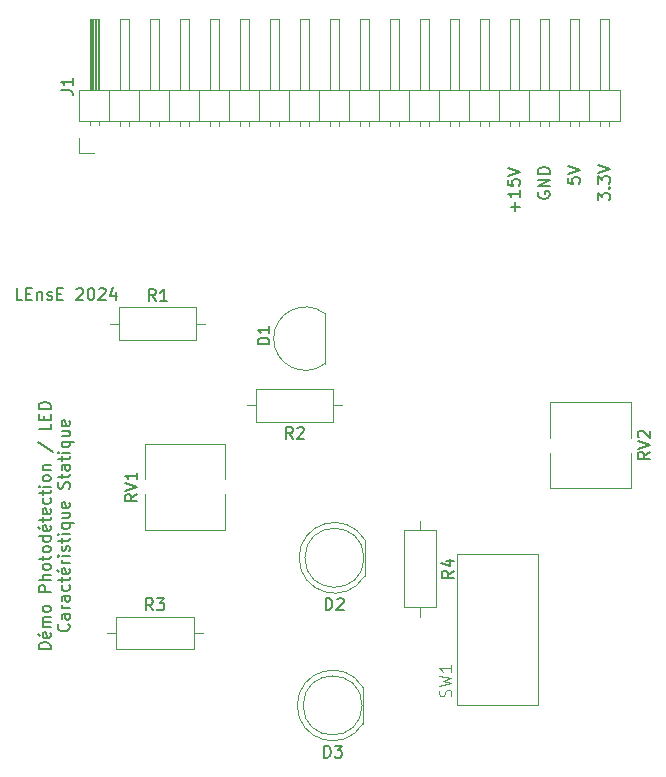
<source format=gbr>
%TF.GenerationSoftware,KiCad,Pcbnew,8.0.0*%
%TF.CreationDate,2024-03-15T09:10:00+01:00*%
%TF.ProjectId,carte_LED_Photodiode_carac,63617274-655f-44c4-9544-5f50686f746f,rev?*%
%TF.SameCoordinates,Original*%
%TF.FileFunction,Legend,Top*%
%TF.FilePolarity,Positive*%
%FSLAX46Y46*%
G04 Gerber Fmt 4.6, Leading zero omitted, Abs format (unit mm)*
G04 Created by KiCad (PCBNEW 8.0.0) date 2024-03-15 09:10:00*
%MOMM*%
%LPD*%
G01*
G04 APERTURE LIST*
%ADD10C,0.150000*%
%ADD11C,0.100000*%
%ADD12C,0.120000*%
G04 APERTURE END LIST*
D10*
X180449847Y-89628572D02*
X179449847Y-89628572D01*
X179449847Y-89628572D02*
X179449847Y-89390477D01*
X179449847Y-89390477D02*
X179497466Y-89247620D01*
X179497466Y-89247620D02*
X179592704Y-89152382D01*
X179592704Y-89152382D02*
X179687942Y-89104763D01*
X179687942Y-89104763D02*
X179878418Y-89057144D01*
X179878418Y-89057144D02*
X180021275Y-89057144D01*
X180021275Y-89057144D02*
X180211751Y-89104763D01*
X180211751Y-89104763D02*
X180306989Y-89152382D01*
X180306989Y-89152382D02*
X180402228Y-89247620D01*
X180402228Y-89247620D02*
X180449847Y-89390477D01*
X180449847Y-89390477D02*
X180449847Y-89628572D01*
X180402228Y-88247620D02*
X180449847Y-88342858D01*
X180449847Y-88342858D02*
X180449847Y-88533334D01*
X180449847Y-88533334D02*
X180402228Y-88628572D01*
X180402228Y-88628572D02*
X180306989Y-88676191D01*
X180306989Y-88676191D02*
X179926037Y-88676191D01*
X179926037Y-88676191D02*
X179830799Y-88628572D01*
X179830799Y-88628572D02*
X179783180Y-88533334D01*
X179783180Y-88533334D02*
X179783180Y-88342858D01*
X179783180Y-88342858D02*
X179830799Y-88247620D01*
X179830799Y-88247620D02*
X179926037Y-88200001D01*
X179926037Y-88200001D02*
X180021275Y-88200001D01*
X180021275Y-88200001D02*
X180116513Y-88676191D01*
X179402228Y-88342858D02*
X179545085Y-88485715D01*
X180449847Y-87771429D02*
X179783180Y-87771429D01*
X179878418Y-87771429D02*
X179830799Y-87723810D01*
X179830799Y-87723810D02*
X179783180Y-87628572D01*
X179783180Y-87628572D02*
X179783180Y-87485715D01*
X179783180Y-87485715D02*
X179830799Y-87390477D01*
X179830799Y-87390477D02*
X179926037Y-87342858D01*
X179926037Y-87342858D02*
X180449847Y-87342858D01*
X179926037Y-87342858D02*
X179830799Y-87295239D01*
X179830799Y-87295239D02*
X179783180Y-87200001D01*
X179783180Y-87200001D02*
X179783180Y-87057144D01*
X179783180Y-87057144D02*
X179830799Y-86961905D01*
X179830799Y-86961905D02*
X179926037Y-86914286D01*
X179926037Y-86914286D02*
X180449847Y-86914286D01*
X180449847Y-86295239D02*
X180402228Y-86390477D01*
X180402228Y-86390477D02*
X180354608Y-86438096D01*
X180354608Y-86438096D02*
X180259370Y-86485715D01*
X180259370Y-86485715D02*
X179973656Y-86485715D01*
X179973656Y-86485715D02*
X179878418Y-86438096D01*
X179878418Y-86438096D02*
X179830799Y-86390477D01*
X179830799Y-86390477D02*
X179783180Y-86295239D01*
X179783180Y-86295239D02*
X179783180Y-86152382D01*
X179783180Y-86152382D02*
X179830799Y-86057144D01*
X179830799Y-86057144D02*
X179878418Y-86009525D01*
X179878418Y-86009525D02*
X179973656Y-85961906D01*
X179973656Y-85961906D02*
X180259370Y-85961906D01*
X180259370Y-85961906D02*
X180354608Y-86009525D01*
X180354608Y-86009525D02*
X180402228Y-86057144D01*
X180402228Y-86057144D02*
X180449847Y-86152382D01*
X180449847Y-86152382D02*
X180449847Y-86295239D01*
X180449847Y-84771429D02*
X179449847Y-84771429D01*
X179449847Y-84771429D02*
X179449847Y-84390477D01*
X179449847Y-84390477D02*
X179497466Y-84295239D01*
X179497466Y-84295239D02*
X179545085Y-84247620D01*
X179545085Y-84247620D02*
X179640323Y-84200001D01*
X179640323Y-84200001D02*
X179783180Y-84200001D01*
X179783180Y-84200001D02*
X179878418Y-84247620D01*
X179878418Y-84247620D02*
X179926037Y-84295239D01*
X179926037Y-84295239D02*
X179973656Y-84390477D01*
X179973656Y-84390477D02*
X179973656Y-84771429D01*
X180449847Y-83771429D02*
X179449847Y-83771429D01*
X180449847Y-83342858D02*
X179926037Y-83342858D01*
X179926037Y-83342858D02*
X179830799Y-83390477D01*
X179830799Y-83390477D02*
X179783180Y-83485715D01*
X179783180Y-83485715D02*
X179783180Y-83628572D01*
X179783180Y-83628572D02*
X179830799Y-83723810D01*
X179830799Y-83723810D02*
X179878418Y-83771429D01*
X180449847Y-82723810D02*
X180402228Y-82819048D01*
X180402228Y-82819048D02*
X180354608Y-82866667D01*
X180354608Y-82866667D02*
X180259370Y-82914286D01*
X180259370Y-82914286D02*
X179973656Y-82914286D01*
X179973656Y-82914286D02*
X179878418Y-82866667D01*
X179878418Y-82866667D02*
X179830799Y-82819048D01*
X179830799Y-82819048D02*
X179783180Y-82723810D01*
X179783180Y-82723810D02*
X179783180Y-82580953D01*
X179783180Y-82580953D02*
X179830799Y-82485715D01*
X179830799Y-82485715D02*
X179878418Y-82438096D01*
X179878418Y-82438096D02*
X179973656Y-82390477D01*
X179973656Y-82390477D02*
X180259370Y-82390477D01*
X180259370Y-82390477D02*
X180354608Y-82438096D01*
X180354608Y-82438096D02*
X180402228Y-82485715D01*
X180402228Y-82485715D02*
X180449847Y-82580953D01*
X180449847Y-82580953D02*
X180449847Y-82723810D01*
X179783180Y-82104762D02*
X179783180Y-81723810D01*
X179449847Y-81961905D02*
X180306989Y-81961905D01*
X180306989Y-81961905D02*
X180402228Y-81914286D01*
X180402228Y-81914286D02*
X180449847Y-81819048D01*
X180449847Y-81819048D02*
X180449847Y-81723810D01*
X180449847Y-81247619D02*
X180402228Y-81342857D01*
X180402228Y-81342857D02*
X180354608Y-81390476D01*
X180354608Y-81390476D02*
X180259370Y-81438095D01*
X180259370Y-81438095D02*
X179973656Y-81438095D01*
X179973656Y-81438095D02*
X179878418Y-81390476D01*
X179878418Y-81390476D02*
X179830799Y-81342857D01*
X179830799Y-81342857D02*
X179783180Y-81247619D01*
X179783180Y-81247619D02*
X179783180Y-81104762D01*
X179783180Y-81104762D02*
X179830799Y-81009524D01*
X179830799Y-81009524D02*
X179878418Y-80961905D01*
X179878418Y-80961905D02*
X179973656Y-80914286D01*
X179973656Y-80914286D02*
X180259370Y-80914286D01*
X180259370Y-80914286D02*
X180354608Y-80961905D01*
X180354608Y-80961905D02*
X180402228Y-81009524D01*
X180402228Y-81009524D02*
X180449847Y-81104762D01*
X180449847Y-81104762D02*
X180449847Y-81247619D01*
X180449847Y-80057143D02*
X179449847Y-80057143D01*
X180402228Y-80057143D02*
X180449847Y-80152381D01*
X180449847Y-80152381D02*
X180449847Y-80342857D01*
X180449847Y-80342857D02*
X180402228Y-80438095D01*
X180402228Y-80438095D02*
X180354608Y-80485714D01*
X180354608Y-80485714D02*
X180259370Y-80533333D01*
X180259370Y-80533333D02*
X179973656Y-80533333D01*
X179973656Y-80533333D02*
X179878418Y-80485714D01*
X179878418Y-80485714D02*
X179830799Y-80438095D01*
X179830799Y-80438095D02*
X179783180Y-80342857D01*
X179783180Y-80342857D02*
X179783180Y-80152381D01*
X179783180Y-80152381D02*
X179830799Y-80057143D01*
X180402228Y-79200000D02*
X180449847Y-79295238D01*
X180449847Y-79295238D02*
X180449847Y-79485714D01*
X180449847Y-79485714D02*
X180402228Y-79580952D01*
X180402228Y-79580952D02*
X180306989Y-79628571D01*
X180306989Y-79628571D02*
X179926037Y-79628571D01*
X179926037Y-79628571D02*
X179830799Y-79580952D01*
X179830799Y-79580952D02*
X179783180Y-79485714D01*
X179783180Y-79485714D02*
X179783180Y-79295238D01*
X179783180Y-79295238D02*
X179830799Y-79200000D01*
X179830799Y-79200000D02*
X179926037Y-79152381D01*
X179926037Y-79152381D02*
X180021275Y-79152381D01*
X180021275Y-79152381D02*
X180116513Y-79628571D01*
X179402228Y-79295238D02*
X179545085Y-79438095D01*
X179783180Y-78866666D02*
X179783180Y-78485714D01*
X179449847Y-78723809D02*
X180306989Y-78723809D01*
X180306989Y-78723809D02*
X180402228Y-78676190D01*
X180402228Y-78676190D02*
X180449847Y-78580952D01*
X180449847Y-78580952D02*
X180449847Y-78485714D01*
X180402228Y-77771428D02*
X180449847Y-77866666D01*
X180449847Y-77866666D02*
X180449847Y-78057142D01*
X180449847Y-78057142D02*
X180402228Y-78152380D01*
X180402228Y-78152380D02*
X180306989Y-78199999D01*
X180306989Y-78199999D02*
X179926037Y-78199999D01*
X179926037Y-78199999D02*
X179830799Y-78152380D01*
X179830799Y-78152380D02*
X179783180Y-78057142D01*
X179783180Y-78057142D02*
X179783180Y-77866666D01*
X179783180Y-77866666D02*
X179830799Y-77771428D01*
X179830799Y-77771428D02*
X179926037Y-77723809D01*
X179926037Y-77723809D02*
X180021275Y-77723809D01*
X180021275Y-77723809D02*
X180116513Y-78199999D01*
X180402228Y-76866666D02*
X180449847Y-76961904D01*
X180449847Y-76961904D02*
X180449847Y-77152380D01*
X180449847Y-77152380D02*
X180402228Y-77247618D01*
X180402228Y-77247618D02*
X180354608Y-77295237D01*
X180354608Y-77295237D02*
X180259370Y-77342856D01*
X180259370Y-77342856D02*
X179973656Y-77342856D01*
X179973656Y-77342856D02*
X179878418Y-77295237D01*
X179878418Y-77295237D02*
X179830799Y-77247618D01*
X179830799Y-77247618D02*
X179783180Y-77152380D01*
X179783180Y-77152380D02*
X179783180Y-76961904D01*
X179783180Y-76961904D02*
X179830799Y-76866666D01*
X179783180Y-76580951D02*
X179783180Y-76199999D01*
X179449847Y-76438094D02*
X180306989Y-76438094D01*
X180306989Y-76438094D02*
X180402228Y-76390475D01*
X180402228Y-76390475D02*
X180449847Y-76295237D01*
X180449847Y-76295237D02*
X180449847Y-76199999D01*
X180449847Y-75866665D02*
X179783180Y-75866665D01*
X179449847Y-75866665D02*
X179497466Y-75914284D01*
X179497466Y-75914284D02*
X179545085Y-75866665D01*
X179545085Y-75866665D02*
X179497466Y-75819046D01*
X179497466Y-75819046D02*
X179449847Y-75866665D01*
X179449847Y-75866665D02*
X179545085Y-75866665D01*
X180449847Y-75247618D02*
X180402228Y-75342856D01*
X180402228Y-75342856D02*
X180354608Y-75390475D01*
X180354608Y-75390475D02*
X180259370Y-75438094D01*
X180259370Y-75438094D02*
X179973656Y-75438094D01*
X179973656Y-75438094D02*
X179878418Y-75390475D01*
X179878418Y-75390475D02*
X179830799Y-75342856D01*
X179830799Y-75342856D02*
X179783180Y-75247618D01*
X179783180Y-75247618D02*
X179783180Y-75104761D01*
X179783180Y-75104761D02*
X179830799Y-75009523D01*
X179830799Y-75009523D02*
X179878418Y-74961904D01*
X179878418Y-74961904D02*
X179973656Y-74914285D01*
X179973656Y-74914285D02*
X180259370Y-74914285D01*
X180259370Y-74914285D02*
X180354608Y-74961904D01*
X180354608Y-74961904D02*
X180402228Y-75009523D01*
X180402228Y-75009523D02*
X180449847Y-75104761D01*
X180449847Y-75104761D02*
X180449847Y-75247618D01*
X179783180Y-74485713D02*
X180449847Y-74485713D01*
X179878418Y-74485713D02*
X179830799Y-74438094D01*
X179830799Y-74438094D02*
X179783180Y-74342856D01*
X179783180Y-74342856D02*
X179783180Y-74199999D01*
X179783180Y-74199999D02*
X179830799Y-74104761D01*
X179830799Y-74104761D02*
X179926037Y-74057142D01*
X179926037Y-74057142D02*
X180449847Y-74057142D01*
X179402228Y-72104761D02*
X180687942Y-72961903D01*
X180449847Y-70533332D02*
X180449847Y-71009522D01*
X180449847Y-71009522D02*
X179449847Y-71009522D01*
X179926037Y-70199998D02*
X179926037Y-69866665D01*
X180449847Y-69723808D02*
X180449847Y-70199998D01*
X180449847Y-70199998D02*
X179449847Y-70199998D01*
X179449847Y-70199998D02*
X179449847Y-69723808D01*
X180449847Y-69295236D02*
X179449847Y-69295236D01*
X179449847Y-69295236D02*
X179449847Y-69057141D01*
X179449847Y-69057141D02*
X179497466Y-68914284D01*
X179497466Y-68914284D02*
X179592704Y-68819046D01*
X179592704Y-68819046D02*
X179687942Y-68771427D01*
X179687942Y-68771427D02*
X179878418Y-68723808D01*
X179878418Y-68723808D02*
X180021275Y-68723808D01*
X180021275Y-68723808D02*
X180211751Y-68771427D01*
X180211751Y-68771427D02*
X180306989Y-68819046D01*
X180306989Y-68819046D02*
X180402228Y-68914284D01*
X180402228Y-68914284D02*
X180449847Y-69057141D01*
X180449847Y-69057141D02*
X180449847Y-69295236D01*
X181964552Y-87509525D02*
X182012172Y-87557144D01*
X182012172Y-87557144D02*
X182059791Y-87700001D01*
X182059791Y-87700001D02*
X182059791Y-87795239D01*
X182059791Y-87795239D02*
X182012172Y-87938096D01*
X182012172Y-87938096D02*
X181916933Y-88033334D01*
X181916933Y-88033334D02*
X181821695Y-88080953D01*
X181821695Y-88080953D02*
X181631219Y-88128572D01*
X181631219Y-88128572D02*
X181488362Y-88128572D01*
X181488362Y-88128572D02*
X181297886Y-88080953D01*
X181297886Y-88080953D02*
X181202648Y-88033334D01*
X181202648Y-88033334D02*
X181107410Y-87938096D01*
X181107410Y-87938096D02*
X181059791Y-87795239D01*
X181059791Y-87795239D02*
X181059791Y-87700001D01*
X181059791Y-87700001D02*
X181107410Y-87557144D01*
X181107410Y-87557144D02*
X181155029Y-87509525D01*
X182059791Y-86652382D02*
X181535981Y-86652382D01*
X181535981Y-86652382D02*
X181440743Y-86700001D01*
X181440743Y-86700001D02*
X181393124Y-86795239D01*
X181393124Y-86795239D02*
X181393124Y-86985715D01*
X181393124Y-86985715D02*
X181440743Y-87080953D01*
X182012172Y-86652382D02*
X182059791Y-86747620D01*
X182059791Y-86747620D02*
X182059791Y-86985715D01*
X182059791Y-86985715D02*
X182012172Y-87080953D01*
X182012172Y-87080953D02*
X181916933Y-87128572D01*
X181916933Y-87128572D02*
X181821695Y-87128572D01*
X181821695Y-87128572D02*
X181726457Y-87080953D01*
X181726457Y-87080953D02*
X181678838Y-86985715D01*
X181678838Y-86985715D02*
X181678838Y-86747620D01*
X181678838Y-86747620D02*
X181631219Y-86652382D01*
X182059791Y-86176191D02*
X181393124Y-86176191D01*
X181583600Y-86176191D02*
X181488362Y-86128572D01*
X181488362Y-86128572D02*
X181440743Y-86080953D01*
X181440743Y-86080953D02*
X181393124Y-85985715D01*
X181393124Y-85985715D02*
X181393124Y-85890477D01*
X182059791Y-85128572D02*
X181535981Y-85128572D01*
X181535981Y-85128572D02*
X181440743Y-85176191D01*
X181440743Y-85176191D02*
X181393124Y-85271429D01*
X181393124Y-85271429D02*
X181393124Y-85461905D01*
X181393124Y-85461905D02*
X181440743Y-85557143D01*
X182012172Y-85128572D02*
X182059791Y-85223810D01*
X182059791Y-85223810D02*
X182059791Y-85461905D01*
X182059791Y-85461905D02*
X182012172Y-85557143D01*
X182012172Y-85557143D02*
X181916933Y-85604762D01*
X181916933Y-85604762D02*
X181821695Y-85604762D01*
X181821695Y-85604762D02*
X181726457Y-85557143D01*
X181726457Y-85557143D02*
X181678838Y-85461905D01*
X181678838Y-85461905D02*
X181678838Y-85223810D01*
X181678838Y-85223810D02*
X181631219Y-85128572D01*
X182012172Y-84223810D02*
X182059791Y-84319048D01*
X182059791Y-84319048D02*
X182059791Y-84509524D01*
X182059791Y-84509524D02*
X182012172Y-84604762D01*
X182012172Y-84604762D02*
X181964552Y-84652381D01*
X181964552Y-84652381D02*
X181869314Y-84700000D01*
X181869314Y-84700000D02*
X181583600Y-84700000D01*
X181583600Y-84700000D02*
X181488362Y-84652381D01*
X181488362Y-84652381D02*
X181440743Y-84604762D01*
X181440743Y-84604762D02*
X181393124Y-84509524D01*
X181393124Y-84509524D02*
X181393124Y-84319048D01*
X181393124Y-84319048D02*
X181440743Y-84223810D01*
X181393124Y-83938095D02*
X181393124Y-83557143D01*
X181059791Y-83795238D02*
X181916933Y-83795238D01*
X181916933Y-83795238D02*
X182012172Y-83747619D01*
X182012172Y-83747619D02*
X182059791Y-83652381D01*
X182059791Y-83652381D02*
X182059791Y-83557143D01*
X182012172Y-82842857D02*
X182059791Y-82938095D01*
X182059791Y-82938095D02*
X182059791Y-83128571D01*
X182059791Y-83128571D02*
X182012172Y-83223809D01*
X182012172Y-83223809D02*
X181916933Y-83271428D01*
X181916933Y-83271428D02*
X181535981Y-83271428D01*
X181535981Y-83271428D02*
X181440743Y-83223809D01*
X181440743Y-83223809D02*
X181393124Y-83128571D01*
X181393124Y-83128571D02*
X181393124Y-82938095D01*
X181393124Y-82938095D02*
X181440743Y-82842857D01*
X181440743Y-82842857D02*
X181535981Y-82795238D01*
X181535981Y-82795238D02*
X181631219Y-82795238D01*
X181631219Y-82795238D02*
X181726457Y-83271428D01*
X181012172Y-82938095D02*
X181155029Y-83080952D01*
X182059791Y-82366666D02*
X181393124Y-82366666D01*
X181583600Y-82366666D02*
X181488362Y-82319047D01*
X181488362Y-82319047D02*
X181440743Y-82271428D01*
X181440743Y-82271428D02*
X181393124Y-82176190D01*
X181393124Y-82176190D02*
X181393124Y-82080952D01*
X182059791Y-81747618D02*
X181393124Y-81747618D01*
X181059791Y-81747618D02*
X181107410Y-81795237D01*
X181107410Y-81795237D02*
X181155029Y-81747618D01*
X181155029Y-81747618D02*
X181107410Y-81699999D01*
X181107410Y-81699999D02*
X181059791Y-81747618D01*
X181059791Y-81747618D02*
X181155029Y-81747618D01*
X182012172Y-81319047D02*
X182059791Y-81223809D01*
X182059791Y-81223809D02*
X182059791Y-81033333D01*
X182059791Y-81033333D02*
X182012172Y-80938095D01*
X182012172Y-80938095D02*
X181916933Y-80890476D01*
X181916933Y-80890476D02*
X181869314Y-80890476D01*
X181869314Y-80890476D02*
X181774076Y-80938095D01*
X181774076Y-80938095D02*
X181726457Y-81033333D01*
X181726457Y-81033333D02*
X181726457Y-81176190D01*
X181726457Y-81176190D02*
X181678838Y-81271428D01*
X181678838Y-81271428D02*
X181583600Y-81319047D01*
X181583600Y-81319047D02*
X181535981Y-81319047D01*
X181535981Y-81319047D02*
X181440743Y-81271428D01*
X181440743Y-81271428D02*
X181393124Y-81176190D01*
X181393124Y-81176190D02*
X181393124Y-81033333D01*
X181393124Y-81033333D02*
X181440743Y-80938095D01*
X181393124Y-80604761D02*
X181393124Y-80223809D01*
X181059791Y-80461904D02*
X181916933Y-80461904D01*
X181916933Y-80461904D02*
X182012172Y-80414285D01*
X182012172Y-80414285D02*
X182059791Y-80319047D01*
X182059791Y-80319047D02*
X182059791Y-80223809D01*
X182059791Y-79890475D02*
X181393124Y-79890475D01*
X181059791Y-79890475D02*
X181107410Y-79938094D01*
X181107410Y-79938094D02*
X181155029Y-79890475D01*
X181155029Y-79890475D02*
X181107410Y-79842856D01*
X181107410Y-79842856D02*
X181059791Y-79890475D01*
X181059791Y-79890475D02*
X181155029Y-79890475D01*
X181393124Y-78985714D02*
X182393124Y-78985714D01*
X182012172Y-78985714D02*
X182059791Y-79080952D01*
X182059791Y-79080952D02*
X182059791Y-79271428D01*
X182059791Y-79271428D02*
X182012172Y-79366666D01*
X182012172Y-79366666D02*
X181964552Y-79414285D01*
X181964552Y-79414285D02*
X181869314Y-79461904D01*
X181869314Y-79461904D02*
X181583600Y-79461904D01*
X181583600Y-79461904D02*
X181488362Y-79414285D01*
X181488362Y-79414285D02*
X181440743Y-79366666D01*
X181440743Y-79366666D02*
X181393124Y-79271428D01*
X181393124Y-79271428D02*
X181393124Y-79080952D01*
X181393124Y-79080952D02*
X181440743Y-78985714D01*
X181393124Y-78080952D02*
X182059791Y-78080952D01*
X181393124Y-78509523D02*
X181916933Y-78509523D01*
X181916933Y-78509523D02*
X182012172Y-78461904D01*
X182012172Y-78461904D02*
X182059791Y-78366666D01*
X182059791Y-78366666D02*
X182059791Y-78223809D01*
X182059791Y-78223809D02*
X182012172Y-78128571D01*
X182012172Y-78128571D02*
X181964552Y-78080952D01*
X182012172Y-77223809D02*
X182059791Y-77319047D01*
X182059791Y-77319047D02*
X182059791Y-77509523D01*
X182059791Y-77509523D02*
X182012172Y-77604761D01*
X182012172Y-77604761D02*
X181916933Y-77652380D01*
X181916933Y-77652380D02*
X181535981Y-77652380D01*
X181535981Y-77652380D02*
X181440743Y-77604761D01*
X181440743Y-77604761D02*
X181393124Y-77509523D01*
X181393124Y-77509523D02*
X181393124Y-77319047D01*
X181393124Y-77319047D02*
X181440743Y-77223809D01*
X181440743Y-77223809D02*
X181535981Y-77176190D01*
X181535981Y-77176190D02*
X181631219Y-77176190D01*
X181631219Y-77176190D02*
X181726457Y-77652380D01*
X182012172Y-76033332D02*
X182059791Y-75890475D01*
X182059791Y-75890475D02*
X182059791Y-75652380D01*
X182059791Y-75652380D02*
X182012172Y-75557142D01*
X182012172Y-75557142D02*
X181964552Y-75509523D01*
X181964552Y-75509523D02*
X181869314Y-75461904D01*
X181869314Y-75461904D02*
X181774076Y-75461904D01*
X181774076Y-75461904D02*
X181678838Y-75509523D01*
X181678838Y-75509523D02*
X181631219Y-75557142D01*
X181631219Y-75557142D02*
X181583600Y-75652380D01*
X181583600Y-75652380D02*
X181535981Y-75842856D01*
X181535981Y-75842856D02*
X181488362Y-75938094D01*
X181488362Y-75938094D02*
X181440743Y-75985713D01*
X181440743Y-75985713D02*
X181345505Y-76033332D01*
X181345505Y-76033332D02*
X181250267Y-76033332D01*
X181250267Y-76033332D02*
X181155029Y-75985713D01*
X181155029Y-75985713D02*
X181107410Y-75938094D01*
X181107410Y-75938094D02*
X181059791Y-75842856D01*
X181059791Y-75842856D02*
X181059791Y-75604761D01*
X181059791Y-75604761D02*
X181107410Y-75461904D01*
X181393124Y-75176189D02*
X181393124Y-74795237D01*
X181059791Y-75033332D02*
X181916933Y-75033332D01*
X181916933Y-75033332D02*
X182012172Y-74985713D01*
X182012172Y-74985713D02*
X182059791Y-74890475D01*
X182059791Y-74890475D02*
X182059791Y-74795237D01*
X182059791Y-74033332D02*
X181535981Y-74033332D01*
X181535981Y-74033332D02*
X181440743Y-74080951D01*
X181440743Y-74080951D02*
X181393124Y-74176189D01*
X181393124Y-74176189D02*
X181393124Y-74366665D01*
X181393124Y-74366665D02*
X181440743Y-74461903D01*
X182012172Y-74033332D02*
X182059791Y-74128570D01*
X182059791Y-74128570D02*
X182059791Y-74366665D01*
X182059791Y-74366665D02*
X182012172Y-74461903D01*
X182012172Y-74461903D02*
X181916933Y-74509522D01*
X181916933Y-74509522D02*
X181821695Y-74509522D01*
X181821695Y-74509522D02*
X181726457Y-74461903D01*
X181726457Y-74461903D02*
X181678838Y-74366665D01*
X181678838Y-74366665D02*
X181678838Y-74128570D01*
X181678838Y-74128570D02*
X181631219Y-74033332D01*
X181393124Y-73699998D02*
X181393124Y-73319046D01*
X181059791Y-73557141D02*
X181916933Y-73557141D01*
X181916933Y-73557141D02*
X182012172Y-73509522D01*
X182012172Y-73509522D02*
X182059791Y-73414284D01*
X182059791Y-73414284D02*
X182059791Y-73319046D01*
X182059791Y-72985712D02*
X181393124Y-72985712D01*
X181059791Y-72985712D02*
X181107410Y-73033331D01*
X181107410Y-73033331D02*
X181155029Y-72985712D01*
X181155029Y-72985712D02*
X181107410Y-72938093D01*
X181107410Y-72938093D02*
X181059791Y-72985712D01*
X181059791Y-72985712D02*
X181155029Y-72985712D01*
X181393124Y-72080951D02*
X182393124Y-72080951D01*
X182012172Y-72080951D02*
X182059791Y-72176189D01*
X182059791Y-72176189D02*
X182059791Y-72366665D01*
X182059791Y-72366665D02*
X182012172Y-72461903D01*
X182012172Y-72461903D02*
X181964552Y-72509522D01*
X181964552Y-72509522D02*
X181869314Y-72557141D01*
X181869314Y-72557141D02*
X181583600Y-72557141D01*
X181583600Y-72557141D02*
X181488362Y-72509522D01*
X181488362Y-72509522D02*
X181440743Y-72461903D01*
X181440743Y-72461903D02*
X181393124Y-72366665D01*
X181393124Y-72366665D02*
X181393124Y-72176189D01*
X181393124Y-72176189D02*
X181440743Y-72080951D01*
X181393124Y-71176189D02*
X182059791Y-71176189D01*
X181393124Y-71604760D02*
X181916933Y-71604760D01*
X181916933Y-71604760D02*
X182012172Y-71557141D01*
X182012172Y-71557141D02*
X182059791Y-71461903D01*
X182059791Y-71461903D02*
X182059791Y-71319046D01*
X182059791Y-71319046D02*
X182012172Y-71223808D01*
X182012172Y-71223808D02*
X181964552Y-71176189D01*
X182012172Y-70319046D02*
X182059791Y-70414284D01*
X182059791Y-70414284D02*
X182059791Y-70604760D01*
X182059791Y-70604760D02*
X182012172Y-70699998D01*
X182012172Y-70699998D02*
X181916933Y-70747617D01*
X181916933Y-70747617D02*
X181535981Y-70747617D01*
X181535981Y-70747617D02*
X181440743Y-70699998D01*
X181440743Y-70699998D02*
X181393124Y-70604760D01*
X181393124Y-70604760D02*
X181393124Y-70414284D01*
X181393124Y-70414284D02*
X181440743Y-70319046D01*
X181440743Y-70319046D02*
X181535981Y-70271427D01*
X181535981Y-70271427D02*
X181631219Y-70271427D01*
X181631219Y-70271427D02*
X181726457Y-70747617D01*
X219783866Y-52561904D02*
X219783866Y-51800000D01*
X220164819Y-52180952D02*
X219402914Y-52180952D01*
X220164819Y-50800000D02*
X220164819Y-51371428D01*
X220164819Y-51085714D02*
X219164819Y-51085714D01*
X219164819Y-51085714D02*
X219307676Y-51180952D01*
X219307676Y-51180952D02*
X219402914Y-51276190D01*
X219402914Y-51276190D02*
X219450533Y-51371428D01*
X219164819Y-49895238D02*
X219164819Y-50371428D01*
X219164819Y-50371428D02*
X219641009Y-50419047D01*
X219641009Y-50419047D02*
X219593390Y-50371428D01*
X219593390Y-50371428D02*
X219545771Y-50276190D01*
X219545771Y-50276190D02*
X219545771Y-50038095D01*
X219545771Y-50038095D02*
X219593390Y-49942857D01*
X219593390Y-49942857D02*
X219641009Y-49895238D01*
X219641009Y-49895238D02*
X219736247Y-49847619D01*
X219736247Y-49847619D02*
X219974342Y-49847619D01*
X219974342Y-49847619D02*
X220069580Y-49895238D01*
X220069580Y-49895238D02*
X220117200Y-49942857D01*
X220117200Y-49942857D02*
X220164819Y-50038095D01*
X220164819Y-50038095D02*
X220164819Y-50276190D01*
X220164819Y-50276190D02*
X220117200Y-50371428D01*
X220117200Y-50371428D02*
X220069580Y-50419047D01*
X219164819Y-49561904D02*
X220164819Y-49228571D01*
X220164819Y-49228571D02*
X219164819Y-48895238D01*
X221752438Y-50926904D02*
X221704819Y-51022142D01*
X221704819Y-51022142D02*
X221704819Y-51164999D01*
X221704819Y-51164999D02*
X221752438Y-51307856D01*
X221752438Y-51307856D02*
X221847676Y-51403094D01*
X221847676Y-51403094D02*
X221942914Y-51450713D01*
X221942914Y-51450713D02*
X222133390Y-51498332D01*
X222133390Y-51498332D02*
X222276247Y-51498332D01*
X222276247Y-51498332D02*
X222466723Y-51450713D01*
X222466723Y-51450713D02*
X222561961Y-51403094D01*
X222561961Y-51403094D02*
X222657200Y-51307856D01*
X222657200Y-51307856D02*
X222704819Y-51164999D01*
X222704819Y-51164999D02*
X222704819Y-51069761D01*
X222704819Y-51069761D02*
X222657200Y-50926904D01*
X222657200Y-50926904D02*
X222609580Y-50879285D01*
X222609580Y-50879285D02*
X222276247Y-50879285D01*
X222276247Y-50879285D02*
X222276247Y-51069761D01*
X222704819Y-50450713D02*
X221704819Y-50450713D01*
X221704819Y-50450713D02*
X222704819Y-49879285D01*
X222704819Y-49879285D02*
X221704819Y-49879285D01*
X222704819Y-49403094D02*
X221704819Y-49403094D01*
X221704819Y-49403094D02*
X221704819Y-49164999D01*
X221704819Y-49164999D02*
X221752438Y-49022142D01*
X221752438Y-49022142D02*
X221847676Y-48926904D01*
X221847676Y-48926904D02*
X221942914Y-48879285D01*
X221942914Y-48879285D02*
X222133390Y-48831666D01*
X222133390Y-48831666D02*
X222276247Y-48831666D01*
X222276247Y-48831666D02*
X222466723Y-48879285D01*
X222466723Y-48879285D02*
X222561961Y-48926904D01*
X222561961Y-48926904D02*
X222657200Y-49022142D01*
X222657200Y-49022142D02*
X222704819Y-49164999D01*
X222704819Y-49164999D02*
X222704819Y-49403094D01*
X224244819Y-49720476D02*
X224244819Y-50196666D01*
X224244819Y-50196666D02*
X224721009Y-50244285D01*
X224721009Y-50244285D02*
X224673390Y-50196666D01*
X224673390Y-50196666D02*
X224625771Y-50101428D01*
X224625771Y-50101428D02*
X224625771Y-49863333D01*
X224625771Y-49863333D02*
X224673390Y-49768095D01*
X224673390Y-49768095D02*
X224721009Y-49720476D01*
X224721009Y-49720476D02*
X224816247Y-49672857D01*
X224816247Y-49672857D02*
X225054342Y-49672857D01*
X225054342Y-49672857D02*
X225149580Y-49720476D01*
X225149580Y-49720476D02*
X225197200Y-49768095D01*
X225197200Y-49768095D02*
X225244819Y-49863333D01*
X225244819Y-49863333D02*
X225244819Y-50101428D01*
X225244819Y-50101428D02*
X225197200Y-50196666D01*
X225197200Y-50196666D02*
X225149580Y-50244285D01*
X224244819Y-49387142D02*
X225244819Y-49053809D01*
X225244819Y-49053809D02*
X224244819Y-48720476D01*
X226784819Y-51641189D02*
X226784819Y-51022142D01*
X226784819Y-51022142D02*
X227165771Y-51355475D01*
X227165771Y-51355475D02*
X227165771Y-51212618D01*
X227165771Y-51212618D02*
X227213390Y-51117380D01*
X227213390Y-51117380D02*
X227261009Y-51069761D01*
X227261009Y-51069761D02*
X227356247Y-51022142D01*
X227356247Y-51022142D02*
X227594342Y-51022142D01*
X227594342Y-51022142D02*
X227689580Y-51069761D01*
X227689580Y-51069761D02*
X227737200Y-51117380D01*
X227737200Y-51117380D02*
X227784819Y-51212618D01*
X227784819Y-51212618D02*
X227784819Y-51498332D01*
X227784819Y-51498332D02*
X227737200Y-51593570D01*
X227737200Y-51593570D02*
X227689580Y-51641189D01*
X227689580Y-50593570D02*
X227737200Y-50545951D01*
X227737200Y-50545951D02*
X227784819Y-50593570D01*
X227784819Y-50593570D02*
X227737200Y-50641189D01*
X227737200Y-50641189D02*
X227689580Y-50593570D01*
X227689580Y-50593570D02*
X227784819Y-50593570D01*
X226784819Y-50212618D02*
X226784819Y-49593571D01*
X226784819Y-49593571D02*
X227165771Y-49926904D01*
X227165771Y-49926904D02*
X227165771Y-49784047D01*
X227165771Y-49784047D02*
X227213390Y-49688809D01*
X227213390Y-49688809D02*
X227261009Y-49641190D01*
X227261009Y-49641190D02*
X227356247Y-49593571D01*
X227356247Y-49593571D02*
X227594342Y-49593571D01*
X227594342Y-49593571D02*
X227689580Y-49641190D01*
X227689580Y-49641190D02*
X227737200Y-49688809D01*
X227737200Y-49688809D02*
X227784819Y-49784047D01*
X227784819Y-49784047D02*
X227784819Y-50069761D01*
X227784819Y-50069761D02*
X227737200Y-50164999D01*
X227737200Y-50164999D02*
X227689580Y-50212618D01*
X226784819Y-49307856D02*
X227784819Y-48974523D01*
X227784819Y-48974523D02*
X226784819Y-48641190D01*
X178061904Y-60054819D02*
X177585714Y-60054819D01*
X177585714Y-60054819D02*
X177585714Y-59054819D01*
X178395238Y-59531009D02*
X178728571Y-59531009D01*
X178871428Y-60054819D02*
X178395238Y-60054819D01*
X178395238Y-60054819D02*
X178395238Y-59054819D01*
X178395238Y-59054819D02*
X178871428Y-59054819D01*
X179300000Y-59388152D02*
X179300000Y-60054819D01*
X179300000Y-59483390D02*
X179347619Y-59435771D01*
X179347619Y-59435771D02*
X179442857Y-59388152D01*
X179442857Y-59388152D02*
X179585714Y-59388152D01*
X179585714Y-59388152D02*
X179680952Y-59435771D01*
X179680952Y-59435771D02*
X179728571Y-59531009D01*
X179728571Y-59531009D02*
X179728571Y-60054819D01*
X180157143Y-60007200D02*
X180252381Y-60054819D01*
X180252381Y-60054819D02*
X180442857Y-60054819D01*
X180442857Y-60054819D02*
X180538095Y-60007200D01*
X180538095Y-60007200D02*
X180585714Y-59911961D01*
X180585714Y-59911961D02*
X180585714Y-59864342D01*
X180585714Y-59864342D02*
X180538095Y-59769104D01*
X180538095Y-59769104D02*
X180442857Y-59721485D01*
X180442857Y-59721485D02*
X180300000Y-59721485D01*
X180300000Y-59721485D02*
X180204762Y-59673866D01*
X180204762Y-59673866D02*
X180157143Y-59578628D01*
X180157143Y-59578628D02*
X180157143Y-59531009D01*
X180157143Y-59531009D02*
X180204762Y-59435771D01*
X180204762Y-59435771D02*
X180300000Y-59388152D01*
X180300000Y-59388152D02*
X180442857Y-59388152D01*
X180442857Y-59388152D02*
X180538095Y-59435771D01*
X181014286Y-59531009D02*
X181347619Y-59531009D01*
X181490476Y-60054819D02*
X181014286Y-60054819D01*
X181014286Y-60054819D02*
X181014286Y-59054819D01*
X181014286Y-59054819D02*
X181490476Y-59054819D01*
X182633334Y-59150057D02*
X182680953Y-59102438D01*
X182680953Y-59102438D02*
X182776191Y-59054819D01*
X182776191Y-59054819D02*
X183014286Y-59054819D01*
X183014286Y-59054819D02*
X183109524Y-59102438D01*
X183109524Y-59102438D02*
X183157143Y-59150057D01*
X183157143Y-59150057D02*
X183204762Y-59245295D01*
X183204762Y-59245295D02*
X183204762Y-59340533D01*
X183204762Y-59340533D02*
X183157143Y-59483390D01*
X183157143Y-59483390D02*
X182585715Y-60054819D01*
X182585715Y-60054819D02*
X183204762Y-60054819D01*
X183823810Y-59054819D02*
X183919048Y-59054819D01*
X183919048Y-59054819D02*
X184014286Y-59102438D01*
X184014286Y-59102438D02*
X184061905Y-59150057D01*
X184061905Y-59150057D02*
X184109524Y-59245295D01*
X184109524Y-59245295D02*
X184157143Y-59435771D01*
X184157143Y-59435771D02*
X184157143Y-59673866D01*
X184157143Y-59673866D02*
X184109524Y-59864342D01*
X184109524Y-59864342D02*
X184061905Y-59959580D01*
X184061905Y-59959580D02*
X184014286Y-60007200D01*
X184014286Y-60007200D02*
X183919048Y-60054819D01*
X183919048Y-60054819D02*
X183823810Y-60054819D01*
X183823810Y-60054819D02*
X183728572Y-60007200D01*
X183728572Y-60007200D02*
X183680953Y-59959580D01*
X183680953Y-59959580D02*
X183633334Y-59864342D01*
X183633334Y-59864342D02*
X183585715Y-59673866D01*
X183585715Y-59673866D02*
X183585715Y-59435771D01*
X183585715Y-59435771D02*
X183633334Y-59245295D01*
X183633334Y-59245295D02*
X183680953Y-59150057D01*
X183680953Y-59150057D02*
X183728572Y-59102438D01*
X183728572Y-59102438D02*
X183823810Y-59054819D01*
X184538096Y-59150057D02*
X184585715Y-59102438D01*
X184585715Y-59102438D02*
X184680953Y-59054819D01*
X184680953Y-59054819D02*
X184919048Y-59054819D01*
X184919048Y-59054819D02*
X185014286Y-59102438D01*
X185014286Y-59102438D02*
X185061905Y-59150057D01*
X185061905Y-59150057D02*
X185109524Y-59245295D01*
X185109524Y-59245295D02*
X185109524Y-59340533D01*
X185109524Y-59340533D02*
X185061905Y-59483390D01*
X185061905Y-59483390D02*
X184490477Y-60054819D01*
X184490477Y-60054819D02*
X185109524Y-60054819D01*
X185966667Y-59388152D02*
X185966667Y-60054819D01*
X185728572Y-59007200D02*
X185490477Y-59721485D01*
X185490477Y-59721485D02*
X186109524Y-59721485D01*
D11*
X214309800Y-93633332D02*
X214357419Y-93490475D01*
X214357419Y-93490475D02*
X214357419Y-93252380D01*
X214357419Y-93252380D02*
X214309800Y-93157142D01*
X214309800Y-93157142D02*
X214262180Y-93109523D01*
X214262180Y-93109523D02*
X214166942Y-93061904D01*
X214166942Y-93061904D02*
X214071704Y-93061904D01*
X214071704Y-93061904D02*
X213976466Y-93109523D01*
X213976466Y-93109523D02*
X213928847Y-93157142D01*
X213928847Y-93157142D02*
X213881228Y-93252380D01*
X213881228Y-93252380D02*
X213833609Y-93442856D01*
X213833609Y-93442856D02*
X213785990Y-93538094D01*
X213785990Y-93538094D02*
X213738371Y-93585713D01*
X213738371Y-93585713D02*
X213643133Y-93633332D01*
X213643133Y-93633332D02*
X213547895Y-93633332D01*
X213547895Y-93633332D02*
X213452657Y-93585713D01*
X213452657Y-93585713D02*
X213405038Y-93538094D01*
X213405038Y-93538094D02*
X213357419Y-93442856D01*
X213357419Y-93442856D02*
X213357419Y-93204761D01*
X213357419Y-93204761D02*
X213405038Y-93061904D01*
X213357419Y-92728570D02*
X214357419Y-92490475D01*
X214357419Y-92490475D02*
X213643133Y-92299999D01*
X213643133Y-92299999D02*
X214357419Y-92109523D01*
X214357419Y-92109523D02*
X213357419Y-91871428D01*
X214357419Y-90966666D02*
X214357419Y-91538094D01*
X214357419Y-91252380D02*
X213357419Y-91252380D01*
X213357419Y-91252380D02*
X213500276Y-91347618D01*
X213500276Y-91347618D02*
X213595514Y-91442856D01*
X213595514Y-91442856D02*
X213643133Y-91538094D01*
D10*
X231164819Y-72935238D02*
X230688628Y-73268571D01*
X231164819Y-73506666D02*
X230164819Y-73506666D01*
X230164819Y-73506666D02*
X230164819Y-73125714D01*
X230164819Y-73125714D02*
X230212438Y-73030476D01*
X230212438Y-73030476D02*
X230260057Y-72982857D01*
X230260057Y-72982857D02*
X230355295Y-72935238D01*
X230355295Y-72935238D02*
X230498152Y-72935238D01*
X230498152Y-72935238D02*
X230593390Y-72982857D01*
X230593390Y-72982857D02*
X230641009Y-73030476D01*
X230641009Y-73030476D02*
X230688628Y-73125714D01*
X230688628Y-73125714D02*
X230688628Y-73506666D01*
X230164819Y-72649523D02*
X231164819Y-72316190D01*
X231164819Y-72316190D02*
X230164819Y-71982857D01*
X230260057Y-71697142D02*
X230212438Y-71649523D01*
X230212438Y-71649523D02*
X230164819Y-71554285D01*
X230164819Y-71554285D02*
X230164819Y-71316190D01*
X230164819Y-71316190D02*
X230212438Y-71220952D01*
X230212438Y-71220952D02*
X230260057Y-71173333D01*
X230260057Y-71173333D02*
X230355295Y-71125714D01*
X230355295Y-71125714D02*
X230450533Y-71125714D01*
X230450533Y-71125714D02*
X230593390Y-71173333D01*
X230593390Y-71173333D02*
X231164819Y-71744761D01*
X231164819Y-71744761D02*
X231164819Y-71125714D01*
X187734819Y-76505238D02*
X187258628Y-76838571D01*
X187734819Y-77076666D02*
X186734819Y-77076666D01*
X186734819Y-77076666D02*
X186734819Y-76695714D01*
X186734819Y-76695714D02*
X186782438Y-76600476D01*
X186782438Y-76600476D02*
X186830057Y-76552857D01*
X186830057Y-76552857D02*
X186925295Y-76505238D01*
X186925295Y-76505238D02*
X187068152Y-76505238D01*
X187068152Y-76505238D02*
X187163390Y-76552857D01*
X187163390Y-76552857D02*
X187211009Y-76600476D01*
X187211009Y-76600476D02*
X187258628Y-76695714D01*
X187258628Y-76695714D02*
X187258628Y-77076666D01*
X186734819Y-76219523D02*
X187734819Y-75886190D01*
X187734819Y-75886190D02*
X186734819Y-75552857D01*
X187734819Y-74695714D02*
X187734819Y-75267142D01*
X187734819Y-74981428D02*
X186734819Y-74981428D01*
X186734819Y-74981428D02*
X186877676Y-75076666D01*
X186877676Y-75076666D02*
X186972914Y-75171904D01*
X186972914Y-75171904D02*
X187020533Y-75267142D01*
X214574819Y-82996666D02*
X214098628Y-83329999D01*
X214574819Y-83568094D02*
X213574819Y-83568094D01*
X213574819Y-83568094D02*
X213574819Y-83187142D01*
X213574819Y-83187142D02*
X213622438Y-83091904D01*
X213622438Y-83091904D02*
X213670057Y-83044285D01*
X213670057Y-83044285D02*
X213765295Y-82996666D01*
X213765295Y-82996666D02*
X213908152Y-82996666D01*
X213908152Y-82996666D02*
X214003390Y-83044285D01*
X214003390Y-83044285D02*
X214051009Y-83091904D01*
X214051009Y-83091904D02*
X214098628Y-83187142D01*
X214098628Y-83187142D02*
X214098628Y-83568094D01*
X213908152Y-82139523D02*
X214574819Y-82139523D01*
X213527200Y-82377618D02*
X214241485Y-82615713D01*
X214241485Y-82615713D02*
X214241485Y-81996666D01*
X189113333Y-86334819D02*
X188780000Y-85858628D01*
X188541905Y-86334819D02*
X188541905Y-85334819D01*
X188541905Y-85334819D02*
X188922857Y-85334819D01*
X188922857Y-85334819D02*
X189018095Y-85382438D01*
X189018095Y-85382438D02*
X189065714Y-85430057D01*
X189065714Y-85430057D02*
X189113333Y-85525295D01*
X189113333Y-85525295D02*
X189113333Y-85668152D01*
X189113333Y-85668152D02*
X189065714Y-85763390D01*
X189065714Y-85763390D02*
X189018095Y-85811009D01*
X189018095Y-85811009D02*
X188922857Y-85858628D01*
X188922857Y-85858628D02*
X188541905Y-85858628D01*
X189446667Y-85334819D02*
X190065714Y-85334819D01*
X190065714Y-85334819D02*
X189732381Y-85715771D01*
X189732381Y-85715771D02*
X189875238Y-85715771D01*
X189875238Y-85715771D02*
X189970476Y-85763390D01*
X189970476Y-85763390D02*
X190018095Y-85811009D01*
X190018095Y-85811009D02*
X190065714Y-85906247D01*
X190065714Y-85906247D02*
X190065714Y-86144342D01*
X190065714Y-86144342D02*
X190018095Y-86239580D01*
X190018095Y-86239580D02*
X189970476Y-86287200D01*
X189970476Y-86287200D02*
X189875238Y-86334819D01*
X189875238Y-86334819D02*
X189589524Y-86334819D01*
X189589524Y-86334819D02*
X189494286Y-86287200D01*
X189494286Y-86287200D02*
X189446667Y-86239580D01*
X200953333Y-71824819D02*
X200620000Y-71348628D01*
X200381905Y-71824819D02*
X200381905Y-70824819D01*
X200381905Y-70824819D02*
X200762857Y-70824819D01*
X200762857Y-70824819D02*
X200858095Y-70872438D01*
X200858095Y-70872438D02*
X200905714Y-70920057D01*
X200905714Y-70920057D02*
X200953333Y-71015295D01*
X200953333Y-71015295D02*
X200953333Y-71158152D01*
X200953333Y-71158152D02*
X200905714Y-71253390D01*
X200905714Y-71253390D02*
X200858095Y-71301009D01*
X200858095Y-71301009D02*
X200762857Y-71348628D01*
X200762857Y-71348628D02*
X200381905Y-71348628D01*
X201334286Y-70920057D02*
X201381905Y-70872438D01*
X201381905Y-70872438D02*
X201477143Y-70824819D01*
X201477143Y-70824819D02*
X201715238Y-70824819D01*
X201715238Y-70824819D02*
X201810476Y-70872438D01*
X201810476Y-70872438D02*
X201858095Y-70920057D01*
X201858095Y-70920057D02*
X201905714Y-71015295D01*
X201905714Y-71015295D02*
X201905714Y-71110533D01*
X201905714Y-71110533D02*
X201858095Y-71253390D01*
X201858095Y-71253390D02*
X201286667Y-71824819D01*
X201286667Y-71824819D02*
X201905714Y-71824819D01*
X189353333Y-60154819D02*
X189020000Y-59678628D01*
X188781905Y-60154819D02*
X188781905Y-59154819D01*
X188781905Y-59154819D02*
X189162857Y-59154819D01*
X189162857Y-59154819D02*
X189258095Y-59202438D01*
X189258095Y-59202438D02*
X189305714Y-59250057D01*
X189305714Y-59250057D02*
X189353333Y-59345295D01*
X189353333Y-59345295D02*
X189353333Y-59488152D01*
X189353333Y-59488152D02*
X189305714Y-59583390D01*
X189305714Y-59583390D02*
X189258095Y-59631009D01*
X189258095Y-59631009D02*
X189162857Y-59678628D01*
X189162857Y-59678628D02*
X188781905Y-59678628D01*
X190305714Y-60154819D02*
X189734286Y-60154819D01*
X190020000Y-60154819D02*
X190020000Y-59154819D01*
X190020000Y-59154819D02*
X189924762Y-59297676D01*
X189924762Y-59297676D02*
X189829524Y-59392914D01*
X189829524Y-59392914D02*
X189734286Y-59440533D01*
X203591905Y-98814819D02*
X203591905Y-97814819D01*
X203591905Y-97814819D02*
X203830000Y-97814819D01*
X203830000Y-97814819D02*
X203972857Y-97862438D01*
X203972857Y-97862438D02*
X204068095Y-97957676D01*
X204068095Y-97957676D02*
X204115714Y-98052914D01*
X204115714Y-98052914D02*
X204163333Y-98243390D01*
X204163333Y-98243390D02*
X204163333Y-98386247D01*
X204163333Y-98386247D02*
X204115714Y-98576723D01*
X204115714Y-98576723D02*
X204068095Y-98671961D01*
X204068095Y-98671961D02*
X203972857Y-98767200D01*
X203972857Y-98767200D02*
X203830000Y-98814819D01*
X203830000Y-98814819D02*
X203591905Y-98814819D01*
X204496667Y-97814819D02*
X205115714Y-97814819D01*
X205115714Y-97814819D02*
X204782381Y-98195771D01*
X204782381Y-98195771D02*
X204925238Y-98195771D01*
X204925238Y-98195771D02*
X205020476Y-98243390D01*
X205020476Y-98243390D02*
X205068095Y-98291009D01*
X205068095Y-98291009D02*
X205115714Y-98386247D01*
X205115714Y-98386247D02*
X205115714Y-98624342D01*
X205115714Y-98624342D02*
X205068095Y-98719580D01*
X205068095Y-98719580D02*
X205020476Y-98767200D01*
X205020476Y-98767200D02*
X204925238Y-98814819D01*
X204925238Y-98814819D02*
X204639524Y-98814819D01*
X204639524Y-98814819D02*
X204544286Y-98767200D01*
X204544286Y-98767200D02*
X204496667Y-98719580D01*
X203741905Y-86314819D02*
X203741905Y-85314819D01*
X203741905Y-85314819D02*
X203980000Y-85314819D01*
X203980000Y-85314819D02*
X204122857Y-85362438D01*
X204122857Y-85362438D02*
X204218095Y-85457676D01*
X204218095Y-85457676D02*
X204265714Y-85552914D01*
X204265714Y-85552914D02*
X204313333Y-85743390D01*
X204313333Y-85743390D02*
X204313333Y-85886247D01*
X204313333Y-85886247D02*
X204265714Y-86076723D01*
X204265714Y-86076723D02*
X204218095Y-86171961D01*
X204218095Y-86171961D02*
X204122857Y-86267200D01*
X204122857Y-86267200D02*
X203980000Y-86314819D01*
X203980000Y-86314819D02*
X203741905Y-86314819D01*
X204694286Y-85410057D02*
X204741905Y-85362438D01*
X204741905Y-85362438D02*
X204837143Y-85314819D01*
X204837143Y-85314819D02*
X205075238Y-85314819D01*
X205075238Y-85314819D02*
X205170476Y-85362438D01*
X205170476Y-85362438D02*
X205218095Y-85410057D01*
X205218095Y-85410057D02*
X205265714Y-85505295D01*
X205265714Y-85505295D02*
X205265714Y-85600533D01*
X205265714Y-85600533D02*
X205218095Y-85743390D01*
X205218095Y-85743390D02*
X204646667Y-86314819D01*
X204646667Y-86314819D02*
X205265714Y-86314819D01*
X198974819Y-63828094D02*
X197974819Y-63828094D01*
X197974819Y-63828094D02*
X197974819Y-63589999D01*
X197974819Y-63589999D02*
X198022438Y-63447142D01*
X198022438Y-63447142D02*
X198117676Y-63351904D01*
X198117676Y-63351904D02*
X198212914Y-63304285D01*
X198212914Y-63304285D02*
X198403390Y-63256666D01*
X198403390Y-63256666D02*
X198546247Y-63256666D01*
X198546247Y-63256666D02*
X198736723Y-63304285D01*
X198736723Y-63304285D02*
X198831961Y-63351904D01*
X198831961Y-63351904D02*
X198927200Y-63447142D01*
X198927200Y-63447142D02*
X198974819Y-63589999D01*
X198974819Y-63589999D02*
X198974819Y-63828094D01*
X198974819Y-62304285D02*
X198974819Y-62875713D01*
X198974819Y-62589999D02*
X197974819Y-62589999D01*
X197974819Y-62589999D02*
X198117676Y-62685237D01*
X198117676Y-62685237D02*
X198212914Y-62780475D01*
X198212914Y-62780475D02*
X198260533Y-62875713D01*
X181334819Y-42303333D02*
X182049104Y-42303333D01*
X182049104Y-42303333D02*
X182191961Y-42350952D01*
X182191961Y-42350952D02*
X182287200Y-42446190D01*
X182287200Y-42446190D02*
X182334819Y-42589047D01*
X182334819Y-42589047D02*
X182334819Y-42684285D01*
X182334819Y-41303333D02*
X182334819Y-41874761D01*
X182334819Y-41589047D02*
X181334819Y-41589047D01*
X181334819Y-41589047D02*
X181477676Y-41684285D01*
X181477676Y-41684285D02*
X181572914Y-41779523D01*
X181572914Y-41779523D02*
X181620533Y-41874761D01*
%TO.C,SW1*%
D11*
X214850000Y-94400000D02*
X221750000Y-94400000D01*
X221750000Y-81600000D01*
X214850000Y-81600000D01*
X214850000Y-94400000D01*
D12*
%TO.C,RV2*%
X229580000Y-75960000D02*
X222740000Y-75960000D01*
X222740000Y-73050000D02*
X222740000Y-75960000D01*
X229580000Y-73050000D02*
X229580000Y-75960000D01*
X222740000Y-68720000D02*
X222740000Y-71750000D01*
X229580000Y-68720000D02*
X229580000Y-71750000D01*
X229580000Y-68720000D02*
X222740000Y-68720000D01*
%TO.C,RV1*%
X188410000Y-79530000D02*
X195250000Y-79530000D01*
X188410000Y-79530000D02*
X188410000Y-76500000D01*
X195250000Y-79530000D02*
X195250000Y-76500000D01*
X188410000Y-75200000D02*
X188410000Y-72290000D01*
X195250000Y-75200000D02*
X195250000Y-72290000D01*
X188410000Y-72290000D02*
X195250000Y-72290000D01*
%TO.C,R4*%
X211750000Y-86870000D02*
X211750000Y-86100000D01*
X210380000Y-86100000D02*
X213120000Y-86100000D01*
X213120000Y-86100000D02*
X213120000Y-79560000D01*
X210380000Y-79560000D02*
X210380000Y-86100000D01*
X213120000Y-79560000D02*
X210380000Y-79560000D01*
X211750000Y-78790000D02*
X211750000Y-79560000D01*
%TO.C,R3*%
X193320000Y-88250000D02*
X192550000Y-88250000D01*
X192550000Y-89620000D02*
X192550000Y-86880000D01*
X192550000Y-86880000D02*
X186010000Y-86880000D01*
X186010000Y-89620000D02*
X192550000Y-89620000D01*
X186010000Y-86880000D02*
X186010000Y-89620000D01*
X185240000Y-88250000D02*
X186010000Y-88250000D01*
%TO.C,R2*%
X197080000Y-69000000D02*
X197850000Y-69000000D01*
X197850000Y-67630000D02*
X197850000Y-70370000D01*
X197850000Y-70370000D02*
X204390000Y-70370000D01*
X204390000Y-67630000D02*
X197850000Y-67630000D01*
X204390000Y-70370000D02*
X204390000Y-67630000D01*
X205160000Y-69000000D02*
X204390000Y-69000000D01*
%TO.C,R1*%
X185480000Y-62070000D02*
X186250000Y-62070000D01*
X186250000Y-60700000D02*
X186250000Y-63440000D01*
X186250000Y-63440000D02*
X192790000Y-63440000D01*
X192790000Y-60700000D02*
X186250000Y-60700000D01*
X192790000Y-63440000D02*
X192790000Y-60700000D01*
X193560000Y-62070000D02*
X192790000Y-62070000D01*
%TO.C,D3*%
X206830000Y-94400000D02*
G75*
G02*
X201830000Y-94400000I-2500000J0D01*
G01*
X201830000Y-94400000D02*
G75*
G02*
X206830000Y-94400000I2500000J0D01*
G01*
X201340000Y-94400462D02*
G75*
G02*
X206890000Y-92855170I2990000J462D01*
G01*
X206889999Y-95944830D02*
G75*
G02*
X201340001Y-94399538I-2559999J1544830D01*
G01*
X206890000Y-95945000D02*
X206890000Y-92855000D01*
%TO.C,D2*%
X206980000Y-81900000D02*
G75*
G02*
X201980000Y-81900000I-2500000J0D01*
G01*
X201980000Y-81900000D02*
G75*
G02*
X206980000Y-81900000I2500000J0D01*
G01*
X201490000Y-81900462D02*
G75*
G02*
X207040000Y-80355170I2990000J462D01*
G01*
X207039999Y-83444830D02*
G75*
G02*
X201490001Y-81899538I-2559999J1544830D01*
G01*
X207040000Y-83445000D02*
X207040000Y-80355000D01*
%TO.C,D1*%
X203670000Y-65460000D02*
X203670000Y-61210000D01*
X203669999Y-65459999D02*
G75*
G02*
X203665162Y-61216245I-1649999J2119999D01*
G01*
%TO.C,J1*%
X182880000Y-47625000D02*
X182880000Y-46355000D01*
X184150000Y-47625000D02*
X182880000Y-47625000D01*
X227710000Y-45312071D02*
X227710000Y-44915000D01*
X226950000Y-45312071D02*
X226950000Y-44915000D01*
X227710000Y-36255000D02*
X227710000Y-42255000D01*
X226950000Y-36255000D02*
X227710000Y-36255000D01*
X226950000Y-42255000D02*
X226950000Y-36255000D01*
X226060000Y-44915000D02*
X226060000Y-42255000D01*
X225170000Y-45312071D02*
X225170000Y-44915000D01*
X224410000Y-45312071D02*
X224410000Y-44915000D01*
X225170000Y-36255000D02*
X225170000Y-42255000D01*
X224410000Y-36255000D02*
X225170000Y-36255000D01*
X224410000Y-42255000D02*
X224410000Y-36255000D01*
X223520000Y-44915000D02*
X223520000Y-42255000D01*
X222630000Y-45312071D02*
X222630000Y-44915000D01*
X221870000Y-45312071D02*
X221870000Y-44915000D01*
X222630000Y-36255000D02*
X222630000Y-42255000D01*
X221870000Y-36255000D02*
X222630000Y-36255000D01*
X221870000Y-42255000D02*
X221870000Y-36255000D01*
X220980000Y-44915000D02*
X220980000Y-42255000D01*
X220090000Y-45312071D02*
X220090000Y-44915000D01*
X219330000Y-45312071D02*
X219330000Y-44915000D01*
X220090000Y-36255000D02*
X220090000Y-42255000D01*
X219330000Y-36255000D02*
X220090000Y-36255000D01*
X219330000Y-42255000D02*
X219330000Y-36255000D01*
X218440000Y-44915000D02*
X218440000Y-42255000D01*
X217550000Y-45312071D02*
X217550000Y-44915000D01*
X216790000Y-45312071D02*
X216790000Y-44915000D01*
X217550000Y-36255000D02*
X217550000Y-42255000D01*
X216790000Y-36255000D02*
X217550000Y-36255000D01*
X216790000Y-42255000D02*
X216790000Y-36255000D01*
X215900000Y-44915000D02*
X215900000Y-42255000D01*
X215010000Y-45312071D02*
X215010000Y-44915000D01*
X214250000Y-45312071D02*
X214250000Y-44915000D01*
X215010000Y-36255000D02*
X215010000Y-42255000D01*
X214250000Y-36255000D02*
X215010000Y-36255000D01*
X214250000Y-42255000D02*
X214250000Y-36255000D01*
X213360000Y-44915000D02*
X213360000Y-42255000D01*
X212470000Y-45312071D02*
X212470000Y-44915000D01*
X211710000Y-45312071D02*
X211710000Y-44915000D01*
X212470000Y-36255000D02*
X212470000Y-42255000D01*
X211710000Y-36255000D02*
X212470000Y-36255000D01*
X211710000Y-42255000D02*
X211710000Y-36255000D01*
X210820000Y-44915000D02*
X210820000Y-42255000D01*
X209930000Y-45312071D02*
X209930000Y-44915000D01*
X209170000Y-45312071D02*
X209170000Y-44915000D01*
X209930000Y-36255000D02*
X209930000Y-42255000D01*
X209170000Y-36255000D02*
X209930000Y-36255000D01*
X209170000Y-42255000D02*
X209170000Y-36255000D01*
X208280000Y-44915000D02*
X208280000Y-42255000D01*
X207390000Y-45312071D02*
X207390000Y-44915000D01*
X206630000Y-45312071D02*
X206630000Y-44915000D01*
X207390000Y-36255000D02*
X207390000Y-42255000D01*
X206630000Y-36255000D02*
X207390000Y-36255000D01*
X206630000Y-42255000D02*
X206630000Y-36255000D01*
X205740000Y-44915000D02*
X205740000Y-42255000D01*
X204850000Y-45312071D02*
X204850000Y-44915000D01*
X204090000Y-45312071D02*
X204090000Y-44915000D01*
X204850000Y-36255000D02*
X204850000Y-42255000D01*
X204090000Y-36255000D02*
X204850000Y-36255000D01*
X204090000Y-42255000D02*
X204090000Y-36255000D01*
X203200000Y-44915000D02*
X203200000Y-42255000D01*
X202310000Y-45312071D02*
X202310000Y-44915000D01*
X201550000Y-45312071D02*
X201550000Y-44915000D01*
X202310000Y-36255000D02*
X202310000Y-42255000D01*
X201550000Y-36255000D02*
X202310000Y-36255000D01*
X201550000Y-42255000D02*
X201550000Y-36255000D01*
X200660000Y-44915000D02*
X200660000Y-42255000D01*
X199770000Y-45312071D02*
X199770000Y-44915000D01*
X199010000Y-45312071D02*
X199010000Y-44915000D01*
X199770000Y-36255000D02*
X199770000Y-42255000D01*
X199010000Y-36255000D02*
X199770000Y-36255000D01*
X199010000Y-42255000D02*
X199010000Y-36255000D01*
X198120000Y-44915000D02*
X198120000Y-42255000D01*
X197230000Y-45312071D02*
X197230000Y-44915000D01*
X196470000Y-45312071D02*
X196470000Y-44915000D01*
X197230000Y-36255000D02*
X197230000Y-42255000D01*
X196470000Y-36255000D02*
X197230000Y-36255000D01*
X196470000Y-42255000D02*
X196470000Y-36255000D01*
X195580000Y-44915000D02*
X195580000Y-42255000D01*
X194690000Y-45312071D02*
X194690000Y-44915000D01*
X193930000Y-45312071D02*
X193930000Y-44915000D01*
X194690000Y-36255000D02*
X194690000Y-42255000D01*
X193930000Y-36255000D02*
X194690000Y-36255000D01*
X193930000Y-42255000D02*
X193930000Y-36255000D01*
X193040000Y-44915000D02*
X193040000Y-42255000D01*
X192150000Y-45312071D02*
X192150000Y-44915000D01*
X191390000Y-45312071D02*
X191390000Y-44915000D01*
X192150000Y-36255000D02*
X192150000Y-42255000D01*
X191390000Y-36255000D02*
X192150000Y-36255000D01*
X191390000Y-42255000D02*
X191390000Y-36255000D01*
X190500000Y-44915000D02*
X190500000Y-42255000D01*
X189610000Y-45312071D02*
X189610000Y-44915000D01*
X188850000Y-45312071D02*
X188850000Y-44915000D01*
X189610000Y-36255000D02*
X189610000Y-42255000D01*
X188850000Y-36255000D02*
X189610000Y-36255000D01*
X188850000Y-42255000D02*
X188850000Y-36255000D01*
X187960000Y-44915000D02*
X187960000Y-42255000D01*
X187070000Y-45312071D02*
X187070000Y-44915000D01*
X186310000Y-45312071D02*
X186310000Y-44915000D01*
X187070000Y-36255000D02*
X187070000Y-42255000D01*
X186310000Y-36255000D02*
X187070000Y-36255000D01*
X186310000Y-42255000D02*
X186310000Y-36255000D01*
X185420000Y-44915000D02*
X185420000Y-42255000D01*
X184530000Y-45245000D02*
X184530000Y-44915000D01*
X183770000Y-45245000D02*
X183770000Y-44915000D01*
X184430000Y-42255000D02*
X184430000Y-36255000D01*
X184310000Y-42255000D02*
X184310000Y-36255000D01*
X184190000Y-42255000D02*
X184190000Y-36255000D01*
X184070000Y-42255000D02*
X184070000Y-36255000D01*
X183950000Y-42255000D02*
X183950000Y-36255000D01*
X183830000Y-42255000D02*
X183830000Y-36255000D01*
X184530000Y-36255000D02*
X184530000Y-42255000D01*
X183770000Y-36255000D02*
X184530000Y-36255000D01*
X183770000Y-42255000D02*
X183770000Y-36255000D01*
X182820000Y-42255000D02*
X182820000Y-44915000D01*
X228660000Y-42255000D02*
X182820000Y-42255000D01*
X228660000Y-44915000D02*
X228660000Y-42255000D01*
X182820000Y-44915000D02*
X228660000Y-44915000D01*
%TD*%
M02*

</source>
